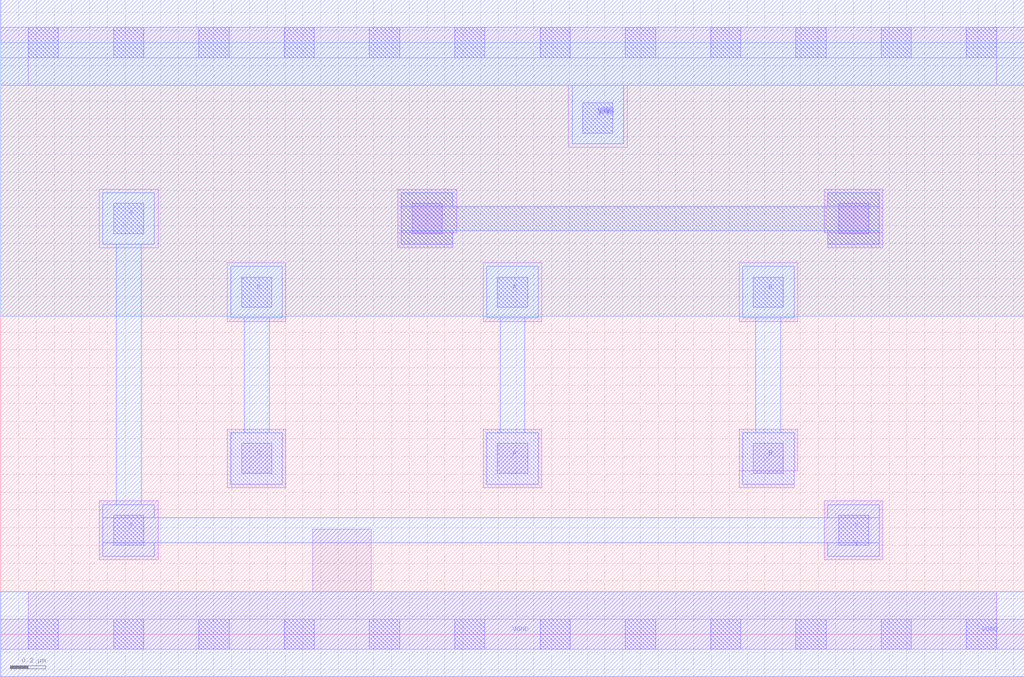
<source format=lef>
VERSION 5.7 ;
  NOWIREEXTENSIONATPIN ON ;
  DIVIDERCHAR "/" ;
  BUSBITCHARS "[]" ;
MACRO AOI21X1
  CLASS CORE ;
  FOREIGN AOI21X1 ;
  ORIGIN 0.000 0.000 ;
  SIZE 5.760 BY 3.330 ;
  SYMMETRY X Y ;
  SITE unit ;
  PIN A
    ANTENNAGATEAREA 0.189000 ;
    PORT
      LAYER met1 ;
        RECT 2.735 1.780 3.025 2.070 ;
        RECT 2.810 1.135 2.950 1.780 ;
        RECT 2.735 0.845 3.025 1.135 ;
    END
    PORT
      LAYER li1 ;
        RECT 2.715 1.760 3.045 2.090 ;
      LAYER mcon ;
        RECT 2.795 1.840 2.965 2.010 ;
    END
  END A
  PIN B
    ANTENNAGATEAREA 0.189000 ;
    PORT
      LAYER met1 ;
        RECT 4.175 1.780 4.465 2.070 ;
        RECT 4.250 1.135 4.390 1.780 ;
        RECT 4.175 0.845 4.465 1.135 ;
    END
    PORT
      LAYER li1 ;
        RECT 4.155 1.760 4.485 2.090 ;
      LAYER mcon ;
        RECT 4.235 1.840 4.405 2.010 ;
    END
  END B
  PIN C
    ANTENNAGATEAREA 0.189000 ;
    PORT
      LAYER met1 ;
        RECT 1.295 1.780 1.585 2.070 ;
        RECT 1.370 1.135 1.510 1.780 ;
        RECT 1.295 0.845 1.585 1.135 ;
    END
    PORT
      LAYER li1 ;
        RECT 1.275 1.760 1.605 2.090 ;
      LAYER mcon ;
        RECT 1.355 1.840 1.525 2.010 ;
    END
  END C
  PIN VGND
    ANTENNADIFFAREA 0.541800 ;
    PORT
      LAYER met1 ;
        RECT 0.000 -0.240 5.760 0.240 ;
    END
    PORT
      LAYER li1 ;
        RECT 1.755 0.240 2.085 0.590 ;
        RECT 0.155 0.085 5.605 0.240 ;
        RECT 0.000 -0.085 5.760 0.085 ;
      LAYER mcon ;
        RECT 0.155 -0.085 0.325 0.085 ;
        RECT 0.635 -0.085 0.805 0.085 ;
        RECT 1.115 -0.085 1.285 0.085 ;
        RECT 1.595 -0.085 1.765 0.085 ;
        RECT 2.075 -0.085 2.245 0.085 ;
        RECT 2.555 -0.085 2.725 0.085 ;
        RECT 3.035 -0.085 3.205 0.085 ;
        RECT 3.515 -0.085 3.685 0.085 ;
        RECT 3.995 -0.085 4.165 0.085 ;
        RECT 4.475 -0.085 4.645 0.085 ;
        RECT 4.955 -0.085 5.125 0.085 ;
        RECT 5.435 -0.085 5.605 0.085 ;
    END
    PORT
      LAYER met1 ;
        RECT 0.000 3.090 5.760 3.570 ;
        RECT 3.215 2.760 3.505 3.090 ;
    END
  END VGND
  PIN VPWR
    ANTENNADIFFAREA 1.083600 ;
    PORT
      LAYER li1 ;
        RECT 0.000 3.245 5.760 3.415 ;
        RECT 0.155 3.090 5.605 3.245 ;
        RECT 3.195 2.740 3.525 3.090 ;
      LAYER mcon ;
        RECT 0.155 3.245 0.325 3.415 ;
        RECT 0.635 3.245 0.805 3.415 ;
        RECT 1.115 3.245 1.285 3.415 ;
        RECT 1.595 3.245 1.765 3.415 ;
        RECT 2.075 3.245 2.245 3.415 ;
        RECT 2.555 3.245 2.725 3.415 ;
        RECT 3.035 3.245 3.205 3.415 ;
        RECT 3.515 3.245 3.685 3.415 ;
        RECT 3.995 3.245 4.165 3.415 ;
        RECT 4.475 3.245 4.645 3.415 ;
        RECT 4.955 3.245 5.125 3.415 ;
        RECT 5.435 3.245 5.605 3.415 ;
        RECT 3.275 2.820 3.445 2.990 ;
    END
  END VPWR
  PIN Y
    ANTENNADIFFAREA 1.383750 ;
    PORT
      LAYER met1 ;
        RECT 0.575 2.195 0.865 2.485 ;
        RECT 0.650 0.730 0.790 2.195 ;
        RECT 0.575 0.655 0.865 0.730 ;
        RECT 4.655 0.655 4.945 0.730 ;
        RECT 0.575 0.515 4.945 0.655 ;
        RECT 0.575 0.440 0.865 0.515 ;
        RECT 4.655 0.440 4.945 0.515 ;
    END
    PORT
      LAYER li1 ;
        RECT 4.635 0.420 4.965 0.750 ;
      LAYER mcon ;
        RECT 4.715 0.500 4.885 0.670 ;
    END
    PORT
      LAYER li1 ;
        RECT 0.555 0.420 0.885 0.750 ;
      LAYER mcon ;
        RECT 0.635 0.500 0.805 0.670 ;
    END
    PORT
      LAYER li1 ;
        RECT 0.555 2.175 0.885 2.505 ;
      LAYER mcon ;
        RECT 0.635 2.255 0.805 2.425 ;
    END
  END Y
  OBS
      LAYER nwell ;
        RECT 0.000 1.790 5.760 3.330 ;
      LAYER li1 ;
        RECT 2.235 2.260 2.565 2.505 ;
        RECT 4.635 2.260 4.965 2.505 ;
        RECT 2.235 2.175 2.545 2.260 ;
        RECT 4.655 2.175 4.965 2.260 ;
        RECT 1.275 0.825 1.605 1.155 ;
        RECT 2.715 0.825 3.045 1.155 ;
        RECT 4.155 0.920 4.485 1.155 ;
        RECT 4.155 0.825 4.465 0.920 ;
      LAYER mcon ;
        RECT 2.315 2.255 2.485 2.425 ;
        RECT 4.715 2.255 4.885 2.425 ;
        RECT 1.355 0.905 1.525 1.075 ;
        RECT 2.795 0.905 2.965 1.075 ;
        RECT 4.235 0.905 4.405 1.075 ;
      LAYER met1 ;
        RECT 2.255 2.410 2.545 2.485 ;
        RECT 4.655 2.410 4.945 2.485 ;
        RECT 2.255 2.270 4.945 2.410 ;
        RECT 2.255 2.195 2.545 2.270 ;
        RECT 4.655 2.195 4.945 2.270 ;
  END
END AOI21X1
END LIBRARY


</source>
